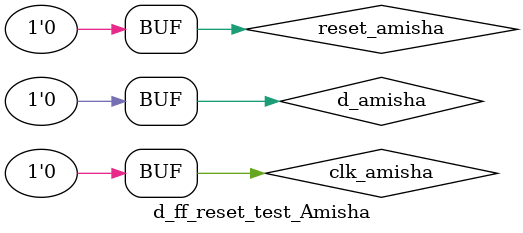
<source format=v>
`timescale 1ns / 1ps


module d_ff_reset_test_Amisha;
	// Inputs
	reg clk_amisha;
	reg reset_amisha;
	reg d_amisha;
	// Outputs
	wire q_amisha;
	// Instantiate the Unit Under Test (UUT)
	d_ff_reset_Amisha uut (
		.clk_amisha(clk_amisha), 
		.reset_amisha(reset_amisha), 
		.d_amisha(d_amisha), 
		.q_amisha(q_amisha)
	);
	initial begin
		clk_amisha = 0;
		reset_amisha = 1;
		d_amisha = 0;
		#100;
		clk_amisha = 1;
		reset_amisha = 1;
		d_amisha = 0;
		#100;
		clk_amisha = 1;
		reset_amisha = 1;
		d_amisha = 1;
		#100;
		clk_amisha = 1;
		reset_amisha = 0;
		d_amisha = 0;
		#100;
		clk_amisha = 1;
		reset_amisha = 0;
		d_amisha = 1;
		#100;
		clk_amisha = 0;
		reset_amisha = 0;
		d_amisha = 1;
		#100;
		clk_amisha = 0;
		reset_amisha = 0;
		d_amisha = 0;
		#100;
	end      
endmodule


</source>
